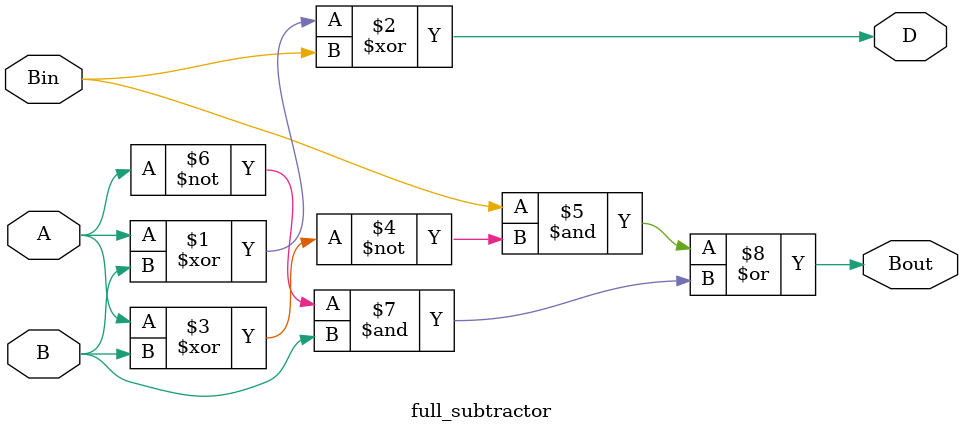
<source format=v>
module full_subtractor(input A, B, Bin, output D, Bout);
    assign D = A^B^Bin;
    assign Bout = Bin&(~(A^B))|(~A&B);
endmodule
</source>
